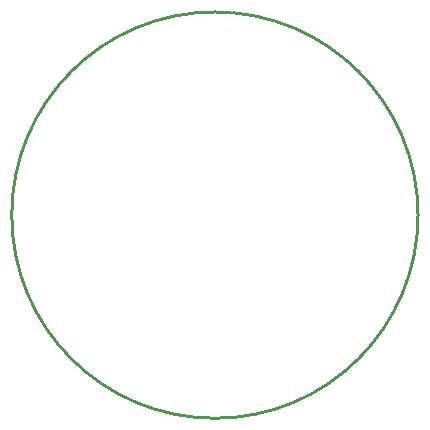
<source format=gto>
G04*
G04 #@! TF.GenerationSoftware,Altium Limited,Altium Designer,19.0.10 (269)*
G04*
G04 Layer_Color=65535*
%FSLAX25Y25*%
%MOIN*%
G70*
G01*
G75*
%ADD10C,0.01000*%
D10*
X67716Y0D02*
G03*
X67716Y0I-67716J0D01*
G01*
M02*

</source>
